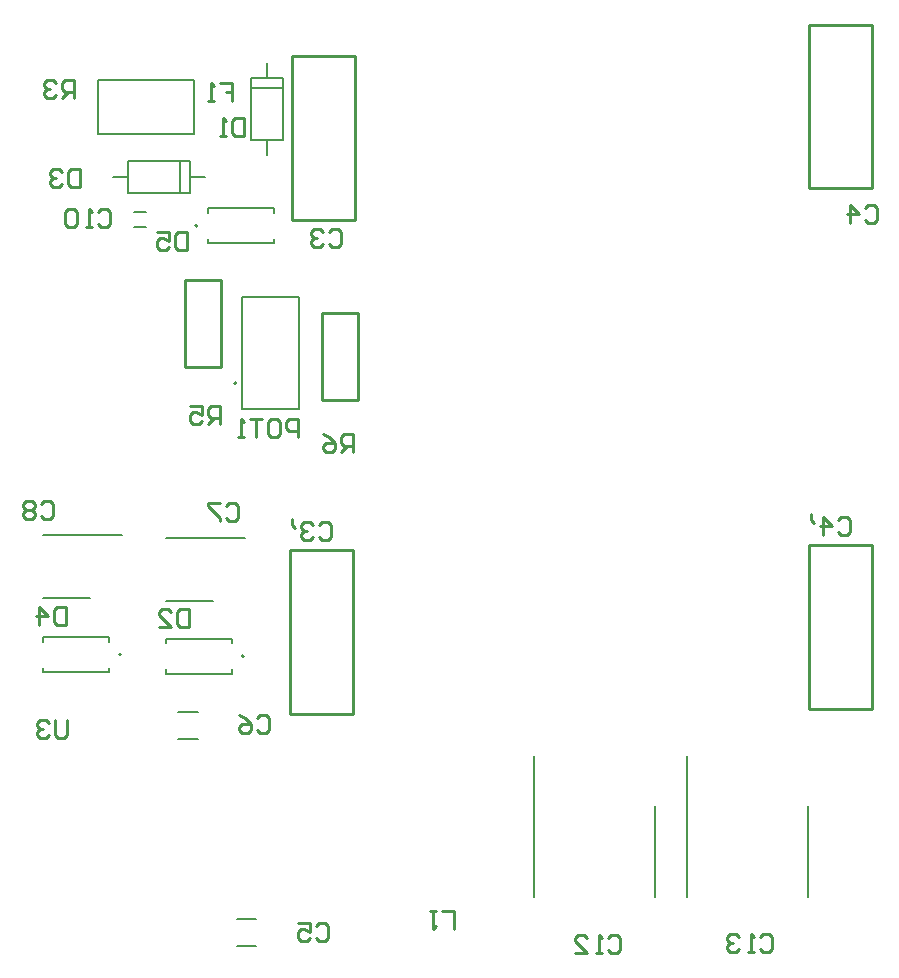
<source format=gbo>
G04*
G04 #@! TF.GenerationSoftware,Altium Limited,Altium Designer,19.0.10 (269)*
G04*
G04 Layer_Color=32896*
%FSLAX25Y25*%
%MOIN*%
G70*
G01*
G75*
%ADD11C,0.00787*%
%ADD12C,0.01000*%
%ADD56C,0.00500*%
%ADD57C,0.00600*%
D11*
X80583Y192500D02*
G03*
X80583Y192500I-394J0D01*
G01*
X42177Y102000D02*
G03*
X42177Y102000I-394J0D01*
G01*
X83177Y101500D02*
G03*
X83177Y101500I-394J0D01*
G01*
X67610Y245000D02*
G03*
X67610Y245000I-394J0D01*
G01*
X57067Y140933D02*
X83445D01*
X57067Y120067D02*
X72717D01*
X16067Y141933D02*
X42445D01*
X16067Y121067D02*
X31717D01*
X271276Y21224D02*
Y51638D01*
X230724Y21224D02*
Y68272D01*
X220276Y21224D02*
Y51638D01*
X179724Y21224D02*
Y68272D01*
D12*
X109000Y187000D02*
X121000D01*
Y216000D01*
X109000Y187000D02*
Y216000D01*
X121000D01*
X63500Y227000D02*
X75500D01*
X63500Y198000D02*
Y227000D01*
X75500Y198000D02*
Y227000D01*
X63500Y198000D02*
X75500D01*
X99000Y301500D02*
X120000D01*
X99000Y247000D02*
Y301500D01*
X120000Y247000D02*
Y301500D01*
X99000Y247000D02*
X120000D01*
X98500Y136781D02*
X119500D01*
X98500Y82281D02*
Y136781D01*
X119500Y82281D02*
Y136781D01*
X98500Y82281D02*
X119500D01*
X271500Y84000D02*
X292500D01*
Y138500D01*
X271500Y84000D02*
Y138500D01*
X292500D01*
X271500Y312000D02*
X292500D01*
X271500Y257500D02*
Y312000D01*
X292500Y257500D02*
Y312000D01*
X271500Y257500D02*
X292500D01*
X101000Y174500D02*
Y180498D01*
X98001D01*
X97001Y179498D01*
Y177499D01*
X98001Y176499D01*
X101000D01*
X92003Y180498D02*
X94002D01*
X95002Y179498D01*
Y175500D01*
X94002Y174500D01*
X92003D01*
X91003Y175500D01*
Y179498D01*
X92003Y180498D01*
X89004D02*
X85005D01*
X87005D01*
Y174500D01*
X83006D02*
X81006D01*
X82006D01*
Y180498D01*
X83006Y179498D01*
X119500Y169500D02*
Y175498D01*
X116501D01*
X115501Y174498D01*
Y172499D01*
X116501Y171499D01*
X119500D01*
X117501D02*
X115501Y169500D01*
X109503Y175498D02*
X111503Y174498D01*
X113502Y172499D01*
Y170500D01*
X112502Y169500D01*
X110503D01*
X109503Y170500D01*
Y171499D01*
X110503Y172499D01*
X113502D01*
X24200Y80098D02*
Y75100D01*
X23200Y74100D01*
X21201D01*
X20201Y75100D01*
Y80098D01*
X18202Y79098D02*
X17202Y80098D01*
X15203D01*
X14203Y79098D01*
Y78099D01*
X15203Y77099D01*
X16203D01*
X15203D01*
X14203Y76099D01*
Y75100D01*
X15203Y74100D01*
X17202D01*
X18202Y75100D01*
X153000Y10502D02*
Y16500D01*
X149001D01*
X147002D02*
X145003D01*
X146002D01*
Y10502D01*
X147002Y11502D01*
X23876Y117898D02*
Y111900D01*
X20877D01*
X19878Y112900D01*
Y116898D01*
X20877Y117898D01*
X23876D01*
X14879Y111900D02*
Y117898D01*
X17878Y114899D01*
X13880D01*
X64876Y117398D02*
Y111400D01*
X61877D01*
X60878Y112400D01*
Y116398D01*
X61877Y117398D01*
X64876D01*
X54880Y111400D02*
X58878D01*
X54880Y115399D01*
Y116398D01*
X55879Y117398D01*
X57879D01*
X58878Y116398D01*
X15441Y152398D02*
X16440Y153398D01*
X18440D01*
X19439Y152398D01*
Y148400D01*
X18440Y147400D01*
X16440D01*
X15441Y148400D01*
X13441Y152398D02*
X12442Y153398D01*
X10442D01*
X9443Y152398D01*
Y151399D01*
X10442Y150399D01*
X9443Y149399D01*
Y148400D01*
X10442Y147400D01*
X12442D01*
X13441Y148400D01*
Y149399D01*
X12442Y150399D01*
X13441Y151399D01*
Y152398D01*
X12442Y150399D02*
X10442D01*
X77001Y151498D02*
X78001Y152498D01*
X80000D01*
X81000Y151498D01*
Y147500D01*
X80000Y146500D01*
X78001D01*
X77001Y147500D01*
X75002Y152498D02*
X71003D01*
Y151498D01*
X75002Y147500D01*
Y146500D01*
X87501Y80998D02*
X88501Y81998D01*
X90500D01*
X91500Y80998D01*
Y77000D01*
X90500Y76000D01*
X88501D01*
X87501Y77000D01*
X81503Y81998D02*
X83503Y80998D01*
X85502Y78999D01*
Y77000D01*
X84502Y76000D01*
X82503D01*
X81503Y77000D01*
Y77999D01*
X82503Y78999D01*
X85502D01*
X107001Y11498D02*
X108001Y12498D01*
X110000D01*
X111000Y11498D01*
Y7500D01*
X110000Y6500D01*
X108001D01*
X107001Y7500D01*
X101003Y12498D02*
X105002D01*
Y9499D01*
X103003Y10499D01*
X102003D01*
X101003Y9499D01*
Y7500D01*
X102003Y6500D01*
X104002D01*
X105002Y7500D01*
X255001Y7998D02*
X256001Y8998D01*
X258000D01*
X259000Y7998D01*
Y4000D01*
X258000Y3000D01*
X256001D01*
X255001Y4000D01*
X253002Y3000D02*
X251003D01*
X252002D01*
Y8998D01*
X253002Y7998D01*
X248004D02*
X247004Y8998D01*
X245005D01*
X244005Y7998D01*
Y6999D01*
X245005Y5999D01*
X246004D01*
X245005D01*
X244005Y4999D01*
Y4000D01*
X245005Y3000D01*
X247004D01*
X248004Y4000D01*
X64000Y242998D02*
Y237000D01*
X61001D01*
X60001Y238000D01*
Y241998D01*
X61001Y242998D01*
X64000D01*
X54003D02*
X58002D01*
Y239999D01*
X56003Y240999D01*
X55003D01*
X54003Y239999D01*
Y238000D01*
X55003Y237000D01*
X57002D01*
X58002Y238000D01*
X75000Y179000D02*
Y184998D01*
X72001D01*
X71001Y183998D01*
Y181999D01*
X72001Y180999D01*
X75000D01*
X73001D02*
X71001Y179000D01*
X65003Y184998D02*
X69002D01*
Y181999D01*
X67003Y182999D01*
X66003D01*
X65003Y181999D01*
Y180000D01*
X66003Y179000D01*
X68002D01*
X69002Y180000D01*
X26500Y287500D02*
Y293498D01*
X23501D01*
X22501Y292498D01*
Y290499D01*
X23501Y289499D01*
X26500D01*
X24501D02*
X22501Y287500D01*
X20502Y292498D02*
X19502Y293498D01*
X17503D01*
X16503Y292498D01*
Y291499D01*
X17503Y290499D01*
X18503D01*
X17503D01*
X16503Y289499D01*
Y288500D01*
X17503Y287500D01*
X19502D01*
X20502Y288500D01*
X75001Y292498D02*
X79000D01*
Y289499D01*
X77001D01*
X79000D01*
Y286500D01*
X73002D02*
X71003D01*
X72002D01*
Y292498D01*
X73002Y291498D01*
X28500Y263998D02*
Y258000D01*
X25501D01*
X24501Y259000D01*
Y262998D01*
X25501Y263998D01*
X28500D01*
X22502Y262998D02*
X21502Y263998D01*
X19503D01*
X18503Y262998D01*
Y261999D01*
X19503Y260999D01*
X20503D01*
X19503D01*
X18503Y259999D01*
Y259000D01*
X19503Y258000D01*
X21502D01*
X22502Y259000D01*
X83000Y280998D02*
Y275000D01*
X80001D01*
X79001Y276000D01*
Y279998D01*
X80001Y280998D01*
X83000D01*
X77002Y275000D02*
X75003D01*
X76002D01*
Y280998D01*
X77002Y279998D01*
X204501Y7498D02*
X205501Y8498D01*
X207500D01*
X208500Y7498D01*
Y3500D01*
X207500Y2500D01*
X205501D01*
X204501Y3500D01*
X202502Y2500D02*
X200503D01*
X201502D01*
Y8498D01*
X202502Y7498D01*
X193505Y2500D02*
X197504D01*
X193505Y6499D01*
Y7498D01*
X194504Y8498D01*
X196504D01*
X197504Y7498D01*
X34501Y249498D02*
X35501Y250498D01*
X37500D01*
X38500Y249498D01*
Y245500D01*
X37500Y244500D01*
X35501D01*
X34501Y245500D01*
X32502Y244500D02*
X30503D01*
X31502D01*
Y250498D01*
X32502Y249498D01*
X27504D02*
X26504Y250498D01*
X24505D01*
X23505Y249498D01*
Y245500D01*
X24505Y244500D01*
X26504D01*
X27504Y245500D01*
Y249498D01*
X290001Y250998D02*
X291001Y251998D01*
X293000D01*
X294000Y250998D01*
Y247000D01*
X293000Y246000D01*
X291001D01*
X290001Y247000D01*
X285003Y246000D02*
Y251998D01*
X288002Y248999D01*
X284003D01*
X281001Y146994D02*
X282001Y147993D01*
X284000D01*
X285000Y146994D01*
Y142995D01*
X284000Y141995D01*
X282001D01*
X281001Y142995D01*
X276003Y141995D02*
Y147993D01*
X279002Y144994D01*
X275003D01*
X272004Y148993D02*
Y146994D01*
X273004Y145994D01*
X111501Y242998D02*
X112501Y243998D01*
X114500D01*
X115500Y242998D01*
Y239000D01*
X114500Y238000D01*
X112501D01*
X111501Y239000D01*
X109502Y242998D02*
X108502Y243998D01*
X106503D01*
X105503Y242998D01*
Y241999D01*
X106503Y240999D01*
X107503D01*
X106503D01*
X105503Y239999D01*
Y239000D01*
X106503Y238000D01*
X108502D01*
X109502Y239000D01*
X108001Y145274D02*
X109001Y146274D01*
X111000D01*
X112000Y145274D01*
Y141275D01*
X111000Y140276D01*
X109001D01*
X108001Y141275D01*
X106002Y145274D02*
X105002Y146274D01*
X103003D01*
X102003Y145274D01*
Y144274D01*
X103003Y143275D01*
X104003D01*
X103003D01*
X102003Y142275D01*
Y141275D01*
X103003Y140276D01*
X105002D01*
X106002Y141275D01*
X99004Y147273D02*
Y145274D01*
X100004Y144274D01*
D56*
X82512Y183740D02*
X101528D01*
X82512D02*
Y221260D01*
X101528D01*
Y183740D02*
Y221260D01*
X38024Y96193D02*
Y97669D01*
X15976Y96193D02*
X38024D01*
X15976D02*
Y97669D01*
Y106331D02*
Y107807D01*
X38024D01*
Y106331D02*
Y107807D01*
X79024Y95693D02*
Y97169D01*
X56976Y95693D02*
X79024D01*
X56976D02*
Y97169D01*
Y105831D02*
Y107307D01*
X79024D01*
Y105831D02*
Y107307D01*
X90815Y268512D02*
Y273630D01*
Y294102D02*
Y299220D01*
X85500Y273630D02*
X90815D01*
X96130D01*
X90815Y294102D02*
X96130D01*
X85500D02*
X90815D01*
X85500Y290854D02*
X96130D01*
Y273630D02*
Y290854D01*
Y294102D01*
X85500Y290854D02*
Y294102D01*
Y273630D02*
Y290854D01*
X39512Y261185D02*
X44630D01*
X65102D02*
X70220D01*
X44630D02*
Y266500D01*
Y255870D02*
Y261185D01*
X65102Y255870D02*
Y261185D01*
Y266500D01*
X61854Y255870D02*
Y266500D01*
X44630Y255870D02*
X61854D01*
X65102D01*
X61854Y266500D02*
X65102D01*
X44630D02*
X61854D01*
X46433Y249421D02*
X50567D01*
X46433Y244579D02*
X50567D01*
X62956Y293500D02*
X66500D01*
X45500D02*
X62956D01*
X34500Y275500D02*
Y293500D01*
X46610D01*
X34500Y275500D02*
X46610D01*
X66500D02*
Y293500D01*
X45000Y275500D02*
X66500D01*
X70976Y239193D02*
Y240669D01*
Y239193D02*
X93024D01*
Y240669D01*
Y249331D02*
Y250807D01*
X70976D02*
X93024D01*
X70976Y249331D02*
Y250807D01*
D57*
X80800Y5000D02*
X87200D01*
X80800Y14000D02*
X87200D01*
X61300Y74000D02*
X67700D01*
X61300Y83000D02*
X67700D01*
M02*

</source>
